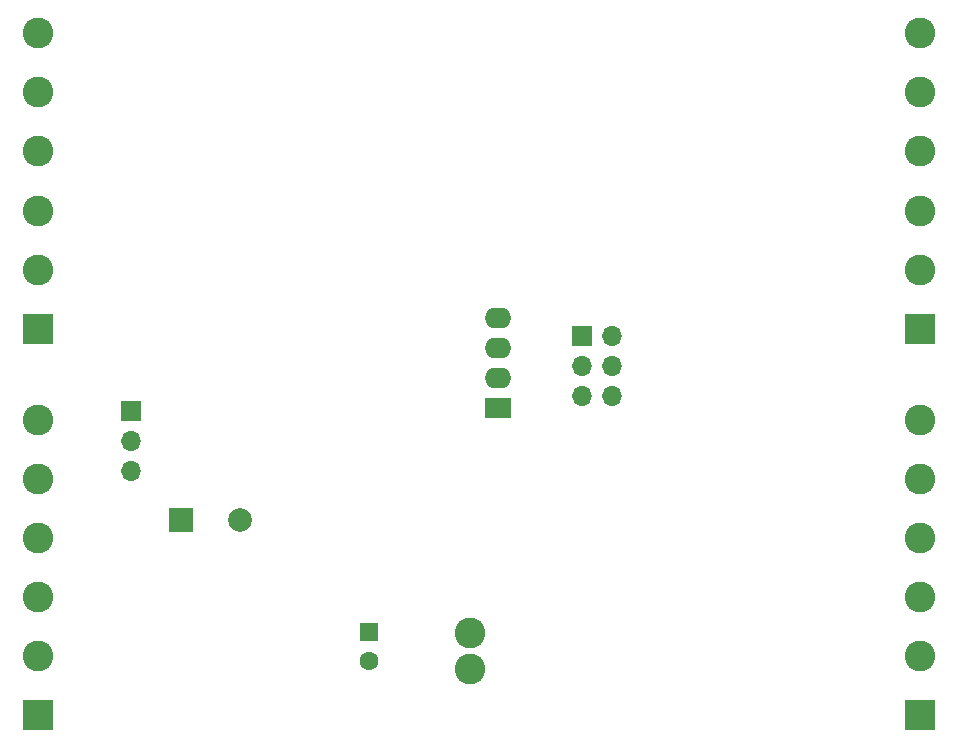
<source format=gbr>
%TF.GenerationSoftware,KiCad,Pcbnew,(5.1.8)-1*%
%TF.CreationDate,2021-05-16T23:23:04+02:00*%
%TF.ProjectId,Modbus,4d6f6462-7573-42e6-9b69-6361645f7063,rev?*%
%TF.SameCoordinates,Original*%
%TF.FileFunction,Soldermask,Bot*%
%TF.FilePolarity,Negative*%
%FSLAX46Y46*%
G04 Gerber Fmt 4.6, Leading zero omitted, Abs format (unit mm)*
G04 Created by KiCad (PCBNEW (5.1.8)-1) date 2021-05-16 23:23:04*
%MOMM*%
%LPD*%
G01*
G04 APERTURE LIST*
%ADD10R,2.000000X2.000000*%
%ADD11C,2.000000*%
%ADD12R,1.600000X1.600000*%
%ADD13C,1.600000*%
%ADD14C,2.600000*%
%ADD15R,2.600000X2.600000*%
%ADD16R,1.700000X1.700000*%
%ADD17O,1.700000X1.700000*%
%ADD18O,2.250000X1.750000*%
%ADD19R,2.250000X1.750000*%
G04 APERTURE END LIST*
D10*
%TO.C,C7*%
X110350000Y-104500000D03*
D11*
X115350000Y-104500000D03*
%TD*%
D12*
%TO.C,C8*%
X126350000Y-113950000D03*
D13*
X126350000Y-116450000D03*
%TD*%
D14*
%TO.C,J1*%
X173000000Y-96000000D03*
X173000000Y-101000000D03*
X173000000Y-106000000D03*
X173000000Y-111000000D03*
X173000000Y-116000000D03*
D15*
X173000000Y-121000000D03*
%TD*%
%TO.C,J2*%
X173000000Y-88300000D03*
D14*
X173000000Y-83300000D03*
X173000000Y-78300000D03*
X173000000Y-73300000D03*
X173000000Y-68300000D03*
X173000000Y-63300000D03*
%TD*%
%TO.C,J3*%
X98300000Y-96000000D03*
X98300000Y-101000000D03*
X98300000Y-106000000D03*
X98300000Y-111000000D03*
X98300000Y-116000000D03*
D15*
X98300000Y-121000000D03*
%TD*%
D16*
%TO.C,ICSP*%
X144310000Y-88910000D03*
D17*
X146850000Y-88910000D03*
X144310000Y-91450000D03*
X146850000Y-91450000D03*
X144310000Y-93990000D03*
X146850000Y-93990000D03*
%TD*%
D16*
%TO.C,J5*%
X106150000Y-95270000D03*
D17*
X106150000Y-97810000D03*
X106150000Y-100350000D03*
%TD*%
D15*
%TO.C,J6*%
X98300000Y-88300000D03*
D14*
X98300000Y-83300000D03*
X98300000Y-78300000D03*
X98300000Y-73300000D03*
X98300000Y-68300000D03*
X98300000Y-63300000D03*
%TD*%
%TO.C,L1*%
X134900000Y-117100000D03*
X134900000Y-114100000D03*
%TD*%
D18*
%TO.C,PS1*%
X137200000Y-87430000D03*
X137200000Y-89970000D03*
X137200000Y-92510000D03*
D19*
X137200000Y-95050000D03*
%TD*%
M02*

</source>
